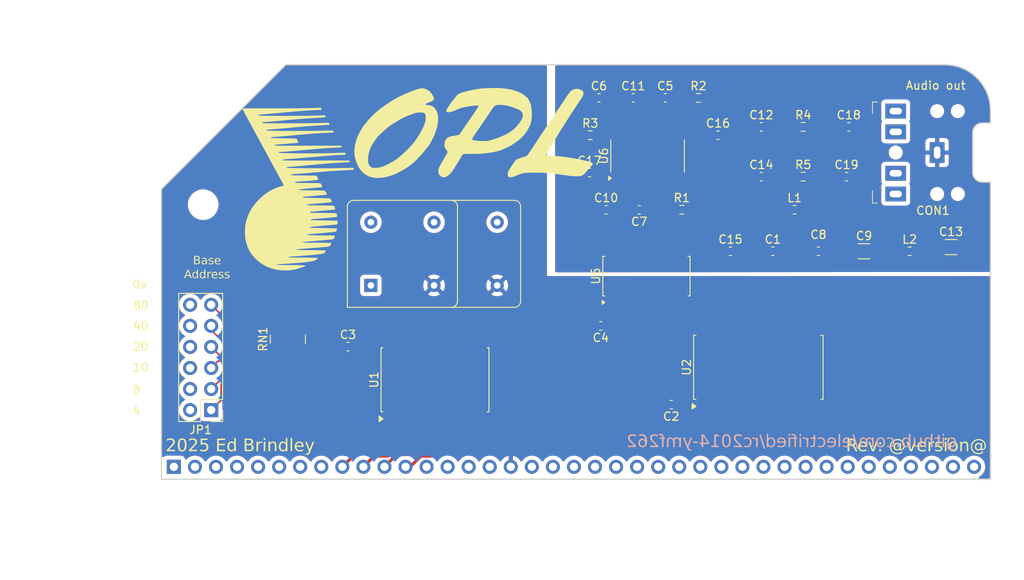
<source format=kicad_pcb>
(kicad_pcb (version 20241229) (generator "pcbnew") (generator_version "9.0")
  (title_block (title "RC2014 YM2151 sound card") (date "@date@") (rev "@version@") (comment 4 "AISLER Project ID: NAXDHHCF"))
  (layers (0 "F.Cu" signal "Front") (2 "B.Cu" signal "Back") (13 "F.Paste" user) (15 "B.Paste" user) (5 "F.SilkS" user "F.Silkscreen") (7 "B.SilkS" user "B.Silkscreen") (1 "F.Mask" user) (3 "B.Mask" user) (25 "Edge.Cuts" user))
  (net 0 "")
  (net 1 "VCC")
  (net 2 "GND")
  (net 3 "/CLK")
  (net 4 "/D0")
  (net 5 "/D1")
  (net 6 "/D2")
  (net 7 "/D3")
  (net 8 "/D4")
  (net 9 "/D5")
  (net 10 "/D6")
  (net 11 "/D7")
  (net 12 "/A1")
  (net 13 "/A4")
  (net 14 "/A3")
  (net 15 "/A2")
  (net 16 "/A5")
  (net 17 "/A6")
  (net 18 "/A7")
  (net 19 "/A0")
  (net 20 "/~{CS}")
  (net 21 "/~{RESET}")
  (net 22 "/~{WR}")
  (net 23 "/~{IORQ}")
  (net 24 "/~{RD}")
  (net 26 "/DAC_CLK")
  (net 27 "/~{INT}")
  (net 44 "/R")
  (net 45 "/L")
  (net 47 "/SMPBD")
  (net 48 "/DOAB")
  (net 49 "/SMPAC")
  (net 51 "Net-(U5-SWIN)")
  (net 53 "Net-(U5-AOUT)")
  (net 54 "Net-(U5-CV)")
  (net 55 "Net-(U6B--)")
  (net 56 "Net-(U5-MP)")
  (net 57 "Net-(U5-CH2)")
  (net 58 "Net-(U5-CH1)")
  (net 59 "+5V")
  (net 60 "+5VA")
  (net 61 "Net-(C8-Pad1)")
  (net 62 "Net-(C12-Pad2)")
  (net 63 "Net-(C14-Pad2)")
  (net 64 "Net-(U6C--)")
  (net 65 "Net-(U6D--)")
  (net 66 "Net-(C18-Pad1)")
  (net 67 "Net-(C19-Pad1)")
  (net 69 "Net-(JP1-Pin_1)")
  (net 70 "Net-(JP1-Pin_9)")
  (net 71 "Net-(JP1-Pin_7)")
  (net 72 "Net-(JP1-Pin_11)")
  (net 73 "Net-(JP1-Pin_3)")
  (net 74 "Net-(JP1-Pin_5)")
  (footprint "Capacitor_SMD:C_0603_1608Metric_Pad1.08x0.95mm_HandSolder" (layer "F.Cu") (at 122 155.5 180)
    (property "Reference" "C2" (at 0 -1.43 0) (layer "F.SilkS"))
    (property "Value" "0.1uF")
    (pad "1" smd roundrect (at -0.8625 0 180) (size 1.075 0.95) (layers "F.Cu" "F.Mask" "F.Paste") (net 1 "VCC"))
    (pad "2" smd roundrect (at 0.8625 0 180) (size 1.075 0.95) (layers "F.Cu" "F.Mask" "F.Paste") (net 2 "GND"))
  )
  (footprint "Capacitor_SMD:C_0603_1608Metric_Pad1.08x0.95mm_HandSolder" (layer "F.Cu") (at 113.5 146 180)
    (property "Reference" "C4" (at 0 -1.43 0) (layer "F.SilkS"))
    (property "Value" "0.1uF")
    (pad "1" smd roundrect (at -0.8625 0 180) (size 1.075 0.95) (layers "F.Cu" "F.Mask" "F.Paste") (net 60 "+5VA"))
    (pad "2" smd roundrect (at 0.8625 0 180) (size 1.075 0.95) (layers "F.Cu" "F.Mask" "F.Paste") (net 2 "GND"))
  )
  (footprint "electrified:Headphone_Jack_3.5mm_5_pin" (layer "F.Cu") (at 149.069 125.095 180)
    (property "Reference" "CON1" (at -4.5 -7 0) (layer "F.SilkS"))
    (property "Value" "SJ1-3523N")
    (pad "" np_thru_hole circle (at -7.5 -5 180) (size 1.2 1.2) (drill 1.2) (layers "*.Cu" "*.Mask"))
    (pad "" np_thru_hole circle (at -7.5 5 180) (size 1.2 1.2) (drill 1.2) (layers "*.Cu" "*.Mask"))
    (pad "" np_thru_hole circle (at -5 -5 180) (size 1.2 1.2) (drill 1.2) (layers "*.Cu" "*.Mask"))
    (pad "" np_thru_hole circle (at -5 5 180) (size 1.2 1.2) (drill 1.2) (layers "*.Cu" "*.Mask"))
    (pad "" np_thru_hole circle (at 0 0 180) (size 1.2 1.2) (drill 1.2) (layers "*.Cu" "*.Mask"))
    (pad "R" thru_hole rect (at 0 -5 180) (size 2.5 1.8) (drill oval 1.5 0.8) (layers "*.Cu" "*.Mask") (net 67 "Net-(C19-Pad1)"))
    (pad "RN" thru_hole rect (at 0 -2.5 180) (size 2.5 1.8) (drill oval 1.5 0.8) (layers "*.Cu" "*.Mask") (net 67 "Net-(C19-Pad1)"))
    (pad "S" thru_hole rect (at -5 0 180) (size 1.8 2.5) (drill oval 0.8 1.5) (layers "*.Cu" "*.Mask") (net 2 "GND"))
    (pad "T" thru_hole rect (at 0 5 180) (size 2.5 1.8) (drill oval 1.5 0.8) (layers "*.Cu" "*.Mask") (net 66 "Net-(C18-Pad1)"))
    (pad "TN" thru_hole rect (at 0 2.5 180) (size 2.5 1.8) (drill oval 1.5 0.8) (layers "*.Cu" "*.Mask") (net 66 "Net-(C18-Pad1)"))
  )
  (footprint "Connector_PinHeader_2.54mm:PinHeader_2x06_P2.54mm_Vertical" (layer "F.Cu") (at 66.5 156.16 180)
    (property "Reference" "JP1" (at 1.27 -2.38 180) (layer "F.SilkS"))
    (property "Value" "BASE ADDRESS")
    (pad "1" thru_hole rect (at 0 0 180) (size 1.7 1.7) (drill 1) (layers "*.Cu" "*.Mask") (net 69 "Net-(JP1-Pin_1)"))
    (pad "2" thru_hole circle (at 2.54 0 180) (size 1.7 1.7) (drill 1) (layers "*.Cu" "*.Mask") (net 1 "VCC"))
    (pad "3" thru_hole circle (at 0 2.54 180) (size 1.7 1.7) (drill 1) (layers "*.Cu" "*.Mask") (net 73 "Net-(JP1-Pin_3)"))
    (pad "4" thru_hole circle (at 2.54 2.54 180) (size 1.7 1.7) (drill 1) (layers "*.Cu" "*.Mask") (net 1 "VCC"))
    (pad "5" thru_hole circle (at 0 5.08 180) (size 1.7 1.7) (drill 1) (layers "*.Cu" "*.Mask") (net 74 "Net-(JP1-Pin_5)"))
    (pad "6" thru_hole circle (at 2.54 5.08 180) (size 1.7 1.7) (drill 1) (layers "*.Cu" "*.Mask") (net 1 "VCC"))
    (pad "7" thru_hole circle (at 0 7.62 180) (size 1.7 1.7) (drill 1) (layers "*.Cu" "*.Mask") (net 71 "Net-(JP1-Pin_7)"))
    (pad "8" thru_hole circle (at 2.54 7.62 180) (size 1.7 1.7) (drill 1) (layers "*.Cu" "*.Mask") (net 1 "VCC"))
    (pad "9" thru_hole circle (at 0 10.16 180) (size 1.7 1.7) (drill 1) (layers "*.Cu" "*.Mask") (net 70 "Net-(JP1-Pin_9)"))
    (pad "10" thru_hole circle (at 2.54 10.16 180) (size 1.7 1.7) (drill 1) (layers "*.Cu" "*.Mask") (net 1 "VCC"))
    (pad "11" thru_hole circle (at 0 12.7 180) (size 1.7 1.7) (drill 1) (layers "*.Cu" "*.Mask") (net 72 "Net-(JP1-Pin_11)"))
    (pad "12" thru_hole circle (at 2.54 12.7 180) (size 1.7 1.7) (drill 1) (layers "*.Cu" "*.Mask") (net 1 "VCC"))
  )
  (footprint "electrified:Oscillator_DIP-8-14" (layer "F.Cu") (at 93.38 137.48)
    (property "Reference" "X1" (hide yes))
    (property "Value" "14.318MHz" (hide yes))
    (pad "1" thru_hole rect (at -7.62 3.64) (size 1.6 1.6) (drill 0.8) (layers "*.Cu" "*.Mask"))
    (pad "4" thru_hole circle (at 0 3.64) (size 1.6 1.6) (drill 0.8) (layers "*.Cu" "*.Mask") (net 2 "GND"))
    (pad "7" thru_hole circle (at 7.62 3.64) (size 1.6 1.6) (drill 0.8) (layers "*.Cu" "*.Mask") (net 2 "GND"))
    (pad "8" thru_hole circle (at 7.62 -3.98) (size 1.6 1.6) (drill 0.8) (layers "*.Cu" "*.Mask") (net 3 "/CLK"))
    (pad "11" thru_hole circle (at 0 -3.98) (size 1.6 1.6) (drill 0.8) (layers "*.Cu" "*.Mask") (net 3 "/CLK"))
    (pad "14" thru_hole circle (at -7.62 -3.98) (size 1.6 1.6) (drill 0.8) (layers "*.Cu" "*.Mask") (net 1 "VCC"))
  )
  (footprint "MountingHole:MountingHole_3.2mm_M3" (layer "F.Cu") (at 65.532 131.382)
    (property "Reference" "H1" (hide yes))
    (property "Value" "MountingHole")
    (pad "" np_thru_hole circle (at 0 0) (size 3.2 3.2) (drill 3.2) (layers "*.Cu" "*.Mask"))
  )
  (footprint "electrified:PinHeader_1x39_P2.54mm_Vertical" (layer "F.Cu") (at 62 163 90)
    (property "Reference" "P1" (hide yes))
    (property "Value" "RC2014 BUS")
    (pad "1" thru_hole rect (at 0 0 90) (size 1.7 1.7) (drill 1) (layers "*.Cu" "*.Mask"))
    (pad "2" thru_hole oval (at 0 2.54 90) (size 1.7 1.7) (drill 1) (layers "*.Cu" "*.Mask"))
    (pad "3" thru_hole oval (at 0 5.08 90) (size 1.7 1.7) (drill 1) (layers "*.Cu" "*.Mask"))
    (pad "4" thru_hole oval (at 0 7.62 90) (size 1.7 1.7) (drill 1) (layers "*.Cu" "*.Mask"))
    (pad "5" thru_hole oval (at 0 10.16 90) (size 1.7 1.7) (drill 1) (layers "*.Cu" "*.Mask"))
    (pad "6" thru_hole oval (at 0 12.7 90) (size 1.7 1.7) (drill 1) (layers "*.Cu" "*.Mask"))
    (pad "7" thru_hole oval (at 0 15.24 90) (size 1.7 1.7) (drill 1) (layers "*.Cu" "*.Mask"))
    (pad "8" thru_hole oval (at 0 17.78 90) (size 1.7 1.7) (drill 1) (layers "*.Cu" "*.Mask"))
    (pad "9" thru_hole oval (at 0 20.32 90) (size 1.7 1.7) (drill 1) (layers "*.Cu" "*.Mask") (net 18 "/A7"))
    (pad "10" thru_hole oval (at 0 22.86 90) (size 1.7 1.7) (drill 1) (layers "*.Cu" "*.Mask") (net 17 "/A6"))
    (pad "11" thru_hole oval (at 0 25.4 90) (size 1.7 1.7) (drill 1) (layers "*.Cu" "*.Mask") (net 16 "/A5"))
    (pad "12" thru_hole oval (at 0 27.94 90) (size 1.7 1.7) (drill 1) (layers "*.Cu" "*.Mask") (net 13 "/A4"))
    (pad "13" thru_hole oval (at 0 30.48 90) (size 1.7 1.7) (drill 1) (layers "*.Cu" "*.Mask") (net 14 "/A3"))
    (pad "14" thru_hole oval (at 0 33.02 90) (size 1.7 1.7) (drill 1) (layers "*.Cu" "*.Mask") (net 15 "/A2"))
    (pad "15" thru_hole oval (at 0 35.56 90) (size 1.7 1.7) (drill 1) (layers "*.Cu" "*.Mask") (net 12 "/A1"))
    (pad "16" thru_hole oval (at 0 38.1 90) (size 1.7 1.7) (drill 1) (layers "*.Cu" "*.Mask") (net 19 "/A0"))
    (pad "17" thru_hole oval (at 0 40.64 90) (size 1.7 1.7) (drill 1) (layers "*.Cu" "*.Mask") (net 2 "GND"))
    (pad "18" thru_hole oval (at 0 43.18 90) (size 1.7 1.7) (drill 1) (layers "*.Cu" "*.Mask") (net 1 "VCC"))
    (pad "19" thru_hole oval (at 0 45.72 90) (size 1.7 1.7) (drill 1) (layers "*.Cu" "*.Mask"))
    (pad "20" thru_hole oval (at 0 48.26 90) (size 1.7 1.7) (drill 1) (layers "*.Cu" "*.Mask") (net 21 "/~{RESET}"))
    (pad "21" thru_hole oval (at 0 50.8 90) (size 1.7 1.7) (drill 1) (layers "*.Cu" "*.Mask"))
    (pad "22" thru_hole oval (at 0 53.34 90) (size 1.7 1.7) (drill 1) (layers "*.Cu" "*.Mask") (net 27 "/~{INT}"))
    (pad "23" thru_hole oval (at 0 55.88 90) (size 1.7 1.7) (drill 1) (layers "*.Cu" "*.Mask"))
    (pad "24" thru_hole oval (at 0 58.42 90) (size 1.7 1.7) (drill 1) (layers "*.Cu" "*.Mask") (net 22 "/~{WR}"))
    (pad "25" thru_hole oval (at 0 60.96 90) (size 1.7 1.7) (drill 1) (layers "*.Cu" "*.Mask") (net 24 "/~{RD}"))
    (pad "26" thru_hole oval (at 0 63.5 90) (size 1.7 1.7) (drill 1) (layers "*.Cu" "*.Mask") (net 23 "/~{IORQ}"))
    (pad "27" thru_hole oval (at 0 66.04 90) (size 1.7 1.7) (drill 1) (layers "*.Cu" "*.Mask") (net 4 "/D0"))
    (pad "28" thru_hole oval (at 0 68.58 90) (size 1.7 1.7) (drill 1) (layers "*.Cu" "*.Mask") (net 5 "/D1"))
    (pad "29" thru_hole oval (at 0 71.12 90) (size 1.7 1.7) (drill 1) (layers "*.Cu" "*.Mask") (net 6 "/D2"))
    (pad "30" thru_hole oval (at 0 73.66 90) (size 1.7 1.7) (drill 1) (layers "*.Cu" "*.Mask") (net 7 "/D3"))
    (pad "31" thru_hole oval (at 0 76.2 90) (size 1.7 1.7) (drill 1) (layers "*.Cu" "*.Mask") (net 8 "/D4"))
    (pad "32" thru_hole oval (at 0 78.74 90) (size 1.7 1.7) (drill 1) (layers "*.Cu" "*.Mask") (net 9 "/D5"))
    (pad "33" thru_hole oval (at 0 81.28 90) (size 1.7 1.7) (drill 1) (layers "*.Cu" "*.Mask") (net 10 "/D6"))
    (pad "34" thru_hole oval (at 0 83.82 90) (size 1.7 1.7) (drill 1) (layers "*.Cu" "*.Mask") (net 11 "/D7"))
    (pad "35" thru_hole oval (at 0 86.36 90) (size 1.7 1.7) (drill 1) (layers "*.Cu" "*.Mask"))
    (pad "36" thru_hole oval (at 0 88.9 90) (size 1.7 1.7) (drill 1) (layers "*.Cu" "*.Mask"))
    (pad "37" thru_hole oval (at 0 91.44 90) (size 1.7 1.7) (drill 1) (layers "*.Cu" "*.Mask"))
    (pad "38" thru_hole oval (at 0 93.98 90) (size 1.7 1.7) (drill 1) (layers "*.Cu" "*.Mask"))
    (pad "39" thru_hole oval (at 0 96.52 90) (size 1.7 1.7) (drill 1) (layers "*.Cu" "*.Mask"))
  )
  (footprint "Package_SO:SOIC-20W_7.5x12.8mm_P1.27mm" (layer "F.Cu") (at 93.5 152.5 90)
    (property "Reference" "U1" (at 0 -7.35 90) (layer "F.SilkS"))
    (property "Value" "74HCT688")
    (pad "1" smd roundrect (at -4.65 -5.715 90) (size 2.05 0.6) (layers "F.Cu" "F.Mask" "F.Paste") (net 23 "/~{IORQ}"))
    (pad "2" smd roundrect (at -4.65 -4.445 90) (size 2.05 0.6) (layers "F.Cu" "F.Mask" "F.Paste") (net 18 "/A7"))
    (pad "3" smd roundrect (at -4.65 -3.175 90) (size 2.05 0.6) (layers "F.Cu" "F.Mask" "F.Paste") (net 72 "Net-(JP1-Pin_11)"))
    (pad "4" smd roundrect (at -4.65 -1.905 90) (size 2.05 0.6) (layers "F.Cu" "F.Mask" "F.Paste") (net 17 "/A6"))
    (pad "5" smd roundrect (at -4.65 -0.635 90) (size 2.05 0.6) (layers "F.Cu" "F.Mask" "F.Paste") (net 70 "Net-(JP1-Pin_9)"))
    (pad "6" smd roundrect (at -4.65 0.635 90) (size 2.05 0.6) (layers "F.Cu" "F.Mask" "F.Paste") (net 16 "/A5"))
    (pad "7" smd roundrect (at -4.65 1.905 90) (size 2.05 0.6) (layers "F.Cu" "F.Mask" "F.Paste") (net 71 "Net-(JP1-Pin_7)"))
    (pad "8" smd roundrect (at -4.65 3.175 90) (size 2.05 0.6) (layers "F.Cu" "F.Mask" "F.Paste") (net 13 "/A4"))
    (pad "9" smd roundrect (at -4.65 4.445 90) (size 2.05 0.6) (layers "F.Cu" "F.Mask" "F.Paste") (net 74 "Net-(JP1-Pin_5)"))
    (pad "10" smd roundrect (at -4.65 5.715 90) (size 2.05 0.6) (layers "F.Cu" "F.Mask" "F.Paste") (net 2 "GND"))
    (pad "11" smd roundrect (at 4.65 5.715 90) (size 2.05 0.6) (layers "F.Cu" "F.Mask" "F.Paste") (net 14 "/A3"))
    (pad "12" smd roundrect (at 4.65 4.445 90) (size 2.05 0.6) (layers "F.Cu" "F.Mask" "F.Paste") (net 73 "Net-(JP1-Pin_3)"))
    (pad "13" smd roundrect (at 4.65 3.175 90) (size 2.05 0.6) (layers "F.Cu" "F.Mask" "F.Paste") (net 15 "/A2"))
    (pad "14" smd roundrect (at 4.65 1.905 90) (size 2.05 0.6) (layers "F.Cu" "F.Mask" "F.Paste") (net 69 "Net-(JP1-Pin_1)"))
    (pad "15" smd roundrect (at 4.65 0.635 90) (size 2.05 0.6) (layers "F.Cu" "F.Mask" "F.Paste") (net 2 "GND"))
    (pad "16" smd roundrect (at 4.65 -0.635 90) (size 2.05 0.6) (layers "F.Cu" "F.Mask" "F.Paste") (net 2 "GND"))
    (pad "17" smd roundrect (at 4.65 -1.905 90) (size 2.05 0.6) (layers "F.Cu" "F.Mask" "F.Paste") (net 2 "GND"))
    (pad "18" smd roundrect (at 4.65 -3.175 90) (size 2.05 0.6) (layers "F.Cu" "F.Mask" "F.Paste") (net 2 "GND"))
    (pad "19" smd roundrect (at 4.65 -4.445 90) (size 2.05 0.6) (layers "F.Cu" "F.Mask" "F.Paste") (net 20 "/~{CS}"))
    (pad "20" smd roundrect (at 4.65 -5.715 90) (size 2.05 0.6) (layers "F.Cu" "F.Mask" "F.Paste") (net 1 "VCC"))
  )
  (footprint "Resistor_SMD:R_Array_Convex_8x0602" (layer "F.Cu") (at 75.75 147.6 90)
    (property "Reference" "RN1" (at 0 -3 90) (layer "F.SilkS"))
    (property "Value" "10K")
    (pad "1" smd rect (at -0.9 -1.75 90) (size 0.8 0.3) (layers "F.Cu" "F.Mask" "F.Paste") (net 2 "GND"))
    (pad "2" smd rect (at -0.9 -1.25 90) (size 0.8 0.3) (layers "F.Cu" "F.Mask" "F.Paste") (net 72 "Net-(JP1-Pin_11)"))
    (pad "3" smd rect (at -0.9 -0.75 90) (size 0.8 0.3) (layers "F.Cu" "F.Mask" "F.Paste") (net 70 "Net-(JP1-Pin_9)"))
    (pad "4" smd rect (at -0.9 -0.25 90) (size 0.8 0.3) (layers "F.Cu" "F.Mask" "F.Paste") (net 71 "Net-(JP1-Pin_7)"))
    (pad "5" smd rect (at -0.9 0.25 90) (size 0.8 0.3) (layers "F.Cu" "F.Mask" "F.Paste") (net 74 "Net-(JP1-Pin_5)"))
    (pad "6" smd rect (at -0.9 0.75 90) (size 0.8 0.3) (layers "F.Cu" "F.Mask" "F.Paste") (net 73 "Net-(JP1-Pin_3)"))
    (pad "7" smd rect (at -0.9 1.25 90) (size 0.8 0.3) (layers "F.Cu" "F.Mask" "F.Paste") (net 69 "Net-(JP1-Pin_1)"))
    (pad "8" smd rect (at -0.9 1.75 90) (size 0.8 0.3) (layers "F.Cu" "F.Mask" "F.Paste"))
    (pad "9" smd rect (at 0.9 1.75 90) (size 0.8 0.3) (layers "F.Cu" "F.Mask" "F.Paste"))
    (pad "10" smd rect (at 0.9 1.25 90) (size 0.8 0.3) (layers "F.Cu" "F.Mask" "F.Paste"))
    (pad "11" smd rect (at 0.9 0.75 90) (size 0.8 0.3) (layers "F.Cu" "F.Mask" "F.Paste"))
    (pad "12" smd rect (at 0.9 0.25 90) (size 0.8 0.3) (layers "F.Cu" "F.Mask" "F.Paste"))
    (pad "13" smd rect (at 0.9 -0.25 90) (size 0.8 0.3) (layers "F.Cu" "F.Mask" "F.Paste"))
    (pad "14" smd rect (at 0.9 -0.75 90) (size 0.8 0.3) (layers "F.Cu" "F.Mask" "F.Paste"))
    (pad "15" smd rect (at 0.9 -1.25 90) (size 0.8 0.3) (layers "F.Cu" "F.Mask" "F.Paste"))
    (pad "16" smd rect (at 0.9 -1.75 90) (size 0.8 0.3) (layers "F.Cu" "F.Mask" "F.Paste"))
  )
  (footprint "Capacitor_SMD:C_0603_1608Metric_Pad1.08x0.95mm_HandSolder" (layer "F.Cu") (at 121.275 118.5)
    (property "Reference" "C5" (at 0 -1.43 0) (layer "F.SilkS"))
    (property "Value" "68pf")
    (pad "1" smd roundrect (at -0.8625 0) (size 1.075 0.95) (layers "F.Cu" "F.Mask" "F.Paste") (net 53 "Net-(U5-AOUT)"))
    (pad "2" smd roundrect (at 0.8625 0) (size 1.075 0.95) (layers "F.Cu" "F.Mask" "F.Paste") (net 2 "GND"))
  )
  (footprint "Capacitor_SMD:C_0603_1608Metric_Pad1.08x0.95mm_HandSolder" (layer "F.Cu") (at 113.275 118.5)
    (property "Reference" "C6" (at 0 -1.43 0) (layer "F.SilkS"))
    (property "Value" "10uF")
    (pad "1" smd roundrect (at -0.8625 0) (size 1.075 0.95) (layers "F.Cu" "F.Mask" "F.Paste") (net 54 "Net-(U5-CV)"))
    (pad "2" smd roundrect (at 0.8625 0) (size 1.075 0.95) (layers "F.Cu" "F.Mask" "F.Paste") (net 2 "GND"))
  )
  (footprint "Capacitor_SMD:C_0603_1608Metric_Pad1.08x0.95mm_HandSolder" (layer "F.Cu") (at 118.1375 132 180)
    (property "Reference" "C7" (at 0 -1.43 180) (layer "F.SilkS"))
    (property "Value" "0.1uF")
    (pad "1" smd roundrect (at -0.8625 0 180) (size 1.075 0.95) (layers "F.Cu" "F.Mask" "F.Paste") (net 60 "+5VA"))
    (pad "2" smd roundrect (at 0.8625 0 180) (size 1.075 0.95) (layers "F.Cu" "F.Mask" "F.Paste") (net 2 "GND"))
  )
  (footprint "Package_SO:SOP-24_7.5x15.4mm_P1.27mm" (layer "F.Cu") (at 132.5 151 90)
    (property "Reference" "U2" (at 0 -8.65 90) (layer "F.SilkS"))
    (property "Value" "YMF262")
    (pad "1" smd roundrect (at -4.65 -6.985 90) (size 2 0.55) (layers "F.Cu" "F.Mask" "F.Paste") (net 1 "VCC"))
    (pad "2" smd roundrect (at -4.65 -5.715 90) (size 2 0.55) (layers "F.Cu" "F.Mask" "F.Paste"))
    (pad "3" smd roundrect (at -4.65 -4.445 90) (size 2 0.55) (layers "F.Cu" "F.Mask" "F.Paste") (net 21 "/~{RESET}"))
    (pad "4" smd roundrect (at -4.65 -3.175 90) (size 2 0.55) (layers "F.Cu" "F.Mask" "F.Paste") (net 19 "/A0"))
    (pad "5" smd roundrect (at -4.65 -1.905 90) (size 2 0.55) (layers "F.Cu" "F.Mask" "F.Paste") (net 12 "/A1"))
    (pad "6" smd roundrect (at -4.65 -0.635 90) (size 2 0.55) (layers "F.Cu" "F.Mask" "F.Paste") (net 22 "/~{WR}"))
    (pad "7" smd roundrect (at -4.65 0.635 90) (size 2 0.55) (layers "F.Cu" "F.Mask" "F.Paste") (net 24 "/~{RD}"))
    (pad "8" smd roundrect (at -4.65 1.905 90) (size 2 0.55) (layers "F.Cu" "F.Mask" "F.Paste") (net 20 "/~{CS}"))
    (pad "9" smd roundrect (at -4.65 3.175 90) (size 2 0.55) (layers "F.Cu" "F.Mask" "F.Paste"))
    (pad "10" smd roundrect (at -4.65 4.445 90) (size 2 0.55) (layers "F.Cu" "F.Mask" "F.Paste") (net 4 "/D0"))
    (pad "11" smd roundrect (at -4.65 5.715 90) (size 2 0.55) (layers "F.Cu" "F.Mask" "F.Paste") (net 5 "/D1"))
    (pad "12" smd roundrect (at -4.65 6.985 90) (size 2 0.55) (layers "F.Cu" "F.Mask" "F.Paste") (net 2 "GND"))
    (pad "13" smd roundrect (at 4.65 6.985 90) (size 2 0.55) (layers "F.Cu" "F.Mask" "F.Paste") (net 6 "/D2"))
    (pad "14" smd roundrect (at 4.65 5.715 90) (size 2 0.55) (layers "F.Cu" "F.Mask" "F.Paste") (net 7 "/D3"))
    (pad "15" smd roundrect (at 4.65 4.445 90) (size 2 0.55) (layers "F.Cu" "F.Mask" "F.Paste") (net 8 "/D4"))
    (pad "16" smd roundrect (at 4.65 3.175 90) (size 2 0.55) (layers "F.Cu" "F.Mask" "F.Paste") (net 9 "/D5"))
    (pad "17" smd roundrect (at 4.65 1.905 90) (size 2 0.55) (layers "F.Cu" "F.Mask" "F.Paste") (net 10 "/D6"))
    (pad "18" smd roundrect (at 4.65 0.635 90) (size 2 0.55) (layers "F.Cu" "F.Mask" "F.Paste") (net 11 "/D7"))
    (pad "19" smd roundrect (at 4.65 -0.635 90) (size 2 0.55) (layers "F.Cu" "F.Mask" "F.Paste") (net 47 "/SMPBD"))
    (pad "20" smd roundrect (at 4.65 -1.905 90) (size 2 0.55) (layers "F.Cu" "F.Mask" "F.Paste") (net 49 "/SMPAC"))
    (pad "21" smd roundrect (at 4.65 -3.175 90) (size 2 0.55) (layers "F.Cu" "F.Mask" "F.Paste") (net 48 "/DOAB"))
    (pad "22" smd roundrect (at 4.65 -4.445 90) (size 2 0.55) (layers "F.Cu" "F.Mask" "F.Paste"))
    (pad "23" smd roundrect (at 4.65 -5.715 90) (size 2 0.55) (layers "F.Cu" "F.Mask" "F.Paste") (net 26 "/DAC_CLK"))
    (pad "24" smd roundrect (at 4.65 -6.985 90) (size 2 0.55) (layers "F.Cu" "F.Mask" "F.Paste") (net 3 "/CLK"))
  )
  (footprint "Capacitor_SMD:C_0603_1608Metric_Pad1.08x0.95mm_HandSolder" (layer "F.Cu") (at 83 148.5)
    (property "Reference" "C3" (at 0 -1.43 0) (layer "F.SilkS"))
    (property "Value" "0.1uF")
    (pad "1" smd roundrect (at -0.8625 0) (size 1.075 0.95) (layers "F.Cu" "F.Mask" "F.Paste") (net 1 "VCC"))
    (pad "2" smd roundrect (at 0.8625 0) (size 1.075 0.95) (layers "F.Cu" "F.Mask" "F.Paste") (net 2 "GND"))
  )
  (footprint "Inductor_SMD:L_0603_1608Metric_Pad1.05x0.95mm_HandSolder" (layer "F.Cu") (at 150.75 137)
    (property "Reference" "L2" (at 0 -1.43 0) (layer "F.SilkS"))
    (property "Value" "33uH")
    (pad "1" smd roundrect (at -0.875 0) (size 1.05 0.95) (layers "F.Cu" "F.Mask" "F.Paste") (net 60 "+5VA"))
    (pad "2" smd roundrect (at 0.875 0) (size 1.05 0.95) (layers "F.Cu" "F.Mask" "F.Paste") (net 61 "Net-(C8-Pad1)"))
  )
  (footprint "Package_SO:SOP-16_4.55x10.3mm_P1.27mm" (layer "F.Cu") (at 119 140 90)
    (property "Reference" "U5" (at 0 -6.1 90) (layer "F.SilkS"))
    (property "Value" "YAC512")
    (pad "1" smd roundrect (at -3.25 -4.445 90) (size 1.6 0.6) (layers "F.Cu" "F.Mask" "F.Paste") (net 60 "+5VA"))
    (pad "2" smd roundrect (at -3.25 -3.175 90) (size 1.6 0.6) (layers "F.Cu" "F.Mask" "F.Paste") (net 2 "GND"))
    (pad "3" smd roundrect (at -3.25 -1.905 90) (size 1.6 0.6) (layers "F.Cu" "F.Mask" "F.Paste") (net 60 "+5VA"))
    (pad "4" smd roundrect (at -3.25 -0.635 90) (size 1.6 0.6) (layers "F.Cu" "F.Mask" "F.Paste") (net 48 "/DOAB"))
    (pad "5" smd roundrect (at -3.25 0.635 90) (size 1.6 0.6) (layers "F.Cu" "F.Mask" "F.Paste") (net 26 "/DAC_CLK"))
    (pad "6" smd roundrect (at -3.25 1.905 90) (size 1.6 0.6) (layers "F.Cu" "F.Mask" "F.Paste") (net 60 "+5VA"))
    (pad "7" smd roundrect (at -3.25 3.175 90) (size 1.6 0.6) (layers "F.Cu" "F.Mask" "F.Paste") (net 47 "/SMPBD"))
    (pad "8" smd roundrect (at -3.25 4.445 90) (size 1.6 0.6) (layers "F.Cu" "F.Mask" "F.Paste") (net 49 "/SMPAC"))
    (pad "9" smd roundrect (at 3.25 4.445 90) (size 1.6 0.6) (layers "F.Cu" "F.Mask" "F.Paste") (net 60 "+5VA"))
    (pad "10" smd roundrect (at 3.25 3.175 90) (size 1.6 0.6) (layers "F.Cu" "F.Mask" "F.Paste") (net 58 "Net-(U5-CH1)"))
    (pad "11" smd roundrect (at 3.25 1.905 90) (size 1.6 0.6) (layers "F.Cu" "F.Mask" "F.Paste") (net 57 "Net-(U5-CH2)"))
    (pad "12" smd roundrect (at 3.25 0.635 90) (size 1.6 0.6) (layers "F.Cu" "F.Mask" "F.Paste") (net 51 "Net-(U5-SWIN)"))
    (pad "13" smd roundrect (at 3.25 -0.635 90) (size 1.6 0.6) (layers "F.Cu" "F.Mask" "F.Paste") (net 53 "Net-(U5-AOUT)"))
    (pad "14" smd roundrect (at 3.25 -1.905 90) (size 1.6 0.6) (layers "F.Cu" "F.Mask" "F.Paste") (net 56 "Net-(U5-MP)"))
    (pad "15" smd roundrect (at 3.25 -3.175 90) (size 1.6 0.6) (layers "F.Cu" "F.Mask" "F.Paste"))
    (pad "16" smd roundrect (at 3.25 -4.445 90) (size 1.6 0.6) (layers "F.Cu" "F.Mask" "F.Paste") (net 54 "Net-(U5-CV)"))
  )
  (footprint "Capacitor_SMD:C_0603_1608Metric_Pad1.08x0.95mm_HandSolder" (layer "F.Cu") (at 134.25 137)
    (property "Reference" "C1" (at 0 -1.43 0) (layer "F.SilkS"))
    (property "Value" "10nF")
    (pad "1" smd roundrect (at -0.8625 0) (size 1.075 0.95) (layers "F.Cu" "F.Mask" "F.Paste") (net 59 "+5V"))
    (pad "2" smd roundrect (at 0.8625 0) (size 1.075 0.95) (layers "F.Cu" "F.Mask" "F.Paste") (net 2 "GND"))
  )
  (footprint "Capacitor_SMD:C_0603_1608Metric_Pad1.08x0.95mm_HandSolder" (layer "F.Cu") (at 127.6375 123)
    (property "Reference" "C16" (at 0 -1.43 0) (layer "F.SilkS"))
    (property "Value" "470pF")
    (pad "1" smd roundrect (at -0.8625 0) (size 1.075 0.95) (layers "F.Cu" "F.Mask" "F.Paste") (net 45 "/L"))
    (pad "2" smd roundrect (at 0.8625 0) (size 1.075 0.95) (layers "F.Cu" "F.Mask" "F.Paste") (net 64 "Net-(U6C--)"))
  )
  (footprint "Resistor_SMD:R_0603_1608Metric_Pad0.98x0.95mm_HandSolder" (layer "F.Cu") (at 137.9125 122)
    (property "Reference" "R4" (at 0 -1.43 0) (layer "F.SilkS"))
    (property "Value" "1K")
    (pad "1" smd roundrect (at -0.9125 0) (size 0.975 0.95) (layers "F.Cu" "F.Mask" "F.Paste") (net 62 "Net-(C12-Pad2)"))
    (pad "2" smd roundrect (at 0.9125 0) (size 0.975 0.95) (layers "F.Cu" "F.Mask" "F.Paste") (net 66 "Net-(C18-Pad1)"))
  )
  (footprint "Capacitor_SMD:C_0603_1608Metric_Pad1.08x0.95mm_HandSolder" (layer "F.Cu") (at 114.1375 132)
    (property "Reference" "C10" (at 0 -1.43 0) (layer "F.SilkS"))
    (property "Value" "2.7nf")
    (pad "1" smd roundrect (at -0.8625 0) (size 1.075 0.95) (layers "F.Cu" "F.Mask" "F.Paste") (net 57 "Net-(U5-CH2)"))
    (pad "2" smd roundrect (at 0.8625 0) (size 1.075 0.95) (layers "F.Cu" "F.Mask" "F.Paste") (net 2 "GND"))
  )
  (footprint "Resistor_SMD:R_0603_1608Metric_Pad0.98x0.95mm_HandSolder" (layer "F.Cu") (at 112.225 123)
    (property "Reference" "R3" (at 0 -1.43 0) (layer "F.SilkS"))
    (property "Value" "15k")
    (pad "1" smd roundrect (at -0.9125 0) (size 0.975 0.95) (layers "F.Cu" "F.Mask" "F.Paste") (net 65 "Net-(U6D--)"))
    (pad "2" smd roundrect (at 0.9125 0) (size 0.975 0.95) (layers "F.Cu" "F.Mask" "F.Paste") (net 44 "/R"))
  )
  (footprint "Capacitor_SMD:C_0603_1608Metric_Pad1.08x0.95mm_HandSolder" (layer "F.Cu") (at 143.4125 122)
    (property "Reference" "C18" (at 0 -1.43 0) (layer "F.SilkS"))
    (property "Value" "3.9nF")
    (pad "1" smd roundrect (at -0.8625 0) (size 1.075 0.95) (layers "F.Cu" "F.Mask" "F.Paste") (net 66 "Net-(C18-Pad1)"))
    (pad "2" smd roundrect (at 0.8625 0) (size 1.075 0.95) (layers "F.Cu" "F.Mask" "F.Paste") (net 2 "GND"))
  )
  (footprint "local:adlib" (layer "F.Cu") (at 76.250056 129.165013)
    (property "Reference" "G1" (hide yes))
    (property "Value" "LOGO" (hide yes))
  )
  (footprint "Resistor_SMD:R_0603_1608Metric_Pad0.98x0.95mm_HandSolder" (layer "F.Cu") (at 123.275 132)
    (property "Reference" "R1" (at 0 -1.43 0) (layer "F.SilkS"))
    (property "Value" "33")
    (pad "1" smd roundrect (at -0.9125 0) (size 0.975 0.95) (layers "F.Cu" "F.Mask" "F.Paste") (net 51 "Net-(U5-SWIN)"))
    (pad "2" smd roundrect (at 0.9125 0) (size 0.975 0.95) (layers "F.Cu" "F.Mask" "F.Paste") (net 55 "Net-(U6B--)"))
  )
  (footprint "Resistor_SMD:R_0603_1608Metric_Pad0.98x0.95mm_HandSolder" (layer "F.Cu") (at 125.275 118.5)
    (property "Reference" "R2" (at 0 -1.43 0) (layer "F.SilkS"))
    (property "Value" "15k")
    (pad "1" smd roundrect (at -0.9125 0) (size 0.975 0.95) (layers "F.Cu" "F.Mask" "F.Paste") (net 64 "Net-(U6C--)"))
    (pad "2" smd roundrect (at 0.9125 0) (size 0.975 0.95) (layers "F.Cu" "F.Mask" "F.Paste") (net 45 "/L"))
  )
  (footprint "Capacitor_SMD:C_0603_1608Metric_Pad1.08x0.95mm_HandSolder" (layer "F.Cu") (at 117.4125 118.5)
    (property "Reference" "C11" (at 0 -1.43 0) (layer "F.SilkS"))
    (property "Value" "2.7nf")
    (pad "1" smd roundrect (at -0.8625 0) (size 1.075 0.95) (layers "F.Cu" "F.Mask" "F.Paste") (net 58 "Net-(U5-CH1)"))
    (pad "2" smd roundrect (at 0.8625 0) (size 1.075 0.95) (layers "F.Cu" "F.Mask" "F.Paste") (net 2 "GND"))
  )
  (footprint "Package_SO:SOIC-14_3.9x8.7mm_P1.27mm" (layer "F.Cu") (at 119.1375 125.5 90)
    (property "Reference" "U6" (at 0 -5.28 90) (layer "F.SilkS"))
    (property "Value" "TL074")
    (pad "1" smd roundrect (at -2.475 -3.81 90) (size 1.95 0.6) (layers "F.Cu" "F.Mask" "F.Paste") (net 56 "Net-(U5-MP)"))
    (pad "2" smd roundrect (at -2.475 -2.54 90) (size 1.95 0.6) (layers "F.Cu" "F.Mask" "F.Paste") (net 56 "Net-(U5-MP)"))
    (pad "3" smd roundrect (at -2.475 -1.27 90) (size 1.95 0.6) (layers "F.Cu" "F.Mask" "F.Paste") (net 54 "Net-(U5-CV)"))
    (pad "4" smd roundrect (at -2.475 0 90) (size 1.95 0.6) (layers "F.Cu" "F.Mask" "F.Paste") (net 60 "+5VA"))
    (pad "5" smd roundrect (at -2.475 1.27 90) (size 1.95 0.6) (layers "F.Cu" "F.Mask" "F.Paste") (net 53 "Net-(U5-AOUT)"))
    (pad "6" smd roundrect (at -2.475 2.54 90) (size 1.95 0.6) (layers "F.Cu" "F.Mask" "F.Paste") (net 55 "Net-(U6B--)"))
    (pad "7" smd roundrect (at -2.475 3.81 90) (size 1.95 0.6) (layers "F.Cu" "F.Mask" "F.Paste") (net 55 "Net-(U6B--)"))
    (pad "8" smd roundrect (at 2.475 3.81 90) (size 1.95 0.6) (layers "F.Cu" "F.Mask" "F.Paste") (net 45 "/L"))
    (pad "9" smd roundrect (at 2.475 2.54 90) (size 1.95 0.6) (layers "F.Cu" "F.Mask" "F.Paste") (net 64 "Net-(U6C--)"))
    (pad "10" smd roundrect (at 2.475 1.27 90) (size 1.95 0.6) (layers "F.Cu" "F.Mask" "F.Paste") (net 57 "Net-(U5-CH2)"))
    (pad "11" smd roundrect (at 2.475 0 90) (size 1.95 0.6) (layers "F.Cu" "F.Mask" "F.Paste") (net 2 "GND"))
    (pad "12" smd roundrect (at 2.475 -1.27 90) (size 1.95 0.6) (layers "F.Cu" "F.Mask" "F.Paste") (net 58 "Net-(U5-CH1)"))
    (pad "13" smd roundrect (at 2.475 -2.54 90) (size 1.95 0.6) (layers "F.Cu" "F.Mask" "F.Paste") (net 65 "Net-(U6D--)"))
    (pad "14" smd roundrect (at 2.475 -3.81 90) (size 1.95 0.6) (layers "F.Cu" "F.Mask" "F.Paste") (net 44 "/R"))
  )
  (footprint "Capacitor_SMD:C_0603_1608Metric_Pad1.08x0.95mm_HandSolder" (layer "F.Cu") (at 132.8625 128)
    (property "Reference" "C14" (at 0 -1.43 0) (layer "F.SilkS"))
    (property "Value" "10uf")
    (pad "1" smd roundrect (at -0.8625 0) (size 1.075 0.95) (layers "F.Cu" "F.Mask" "F.Paste") (net 44 "/R"))
    (pad "2" smd roundrect (at 0.8625 0) (size 1.075 0.95) (layers "F.Cu" "F.Mask" "F.Paste") (net 63 "Net-(C14-Pad2)"))
  )
  (footprint "Capacitor_SMD:C_1206_3216Metric" (layer "F.Cu") (at 145.25 137)
    (property "Reference" "C9" (at 0 -1.85 0) (layer "F.SilkS"))
    (property "Value" "10uF")
    (pad "1" smd roundrect (at -1.475 0) (size 1.15 1.8) (layers "F.Cu" "F.Mask" "F.Paste") (roundrect_rratio 0.217391) (net 61 "Net-(C8-Pad1)"))
    (pad "2" smd roundrect (at 1.475 0) (size 1.15 1.8) (layers "F.Cu" "F.Mask" "F.Paste") (roundrect_rratio 0.217391) (net 2 "GND"))
  )
  (footprint "Capacitor_SMD:C_1206_3216Metric" (layer "F.Cu") (at 155.75 136.5)
    (property "Reference" "C13" (at 0 -1.85 0) (layer "F.SilkS"))
    (property "Value" "10uF")
    (pad "1" smd roundrect (at -1.475 0) (size 1.15 1.8) (layers "F.Cu" "F.Mask" "F.Paste") (roundrect_rratio 0.217391) (net 60 "+5VA"))
    (pad "2" smd roundrect (at 1.475 0) (size 1.15 1.8) (layers "F.Cu" "F.Mask" "F.Paste") (roundrect_rratio 0.217391) (net 2 "GND"))
  )
  (footprint "Capacitor_SMD:C_0603_1608Metric_Pad1.08x0.95mm_HandSolder" (layer "F.Cu") (at 143.1375 128)
    (property "Reference" "C19" (at 0 -1.43 0) (layer "F.SilkS"))
    (property "Value" "3.9nF")
    (pad "1" smd roundrect (at -0.8625 0) (size 1.075 0.95) (layers "F.Cu" "F.Mask" "F.Paste") (net 67 "Net-(C19-Pad1)"))
    (pad "2" smd roundrect (at 0.8625 0) (size 1.075 0.95) (layers "F.Cu" "F.Mask" "F.Paste") (net 2 "GND"))
  )
  (footprint "Capacitor_SMD:C_0603_1608Metric_Pad1.08x0.95mm_HandSolder" (layer "F.Cu") (at 132.8625 122)
    (property "Reference" "C12" (at 0 -1.43 0) (layer "F.SilkS"))
    (property "Value" "10uf")
    (pad "1" smd roundrect (at -0.8625 0) (size 1.075 0.95) (layers "F.Cu" "F.Mask" "F.Paste") (net 45 "/L"))
    (pad "2" smd roundrect (at 0.8625 0) (size 1.075 0.95) (layers "F.Cu" "F.Mask" "F.Paste") (net 62 "Net-(C12-Pad2)"))
  )
  (footprint "Resistor_SMD:R_0603_1608Metric_Pad0.98x0.95mm_HandSolder" (layer "F.Cu") (at 137.9125 128)
    (property "Reference" "R5" (at 0 -1.43 0) (layer "F.SilkS"))
    (property "Value" "1K")
    (pad "1" smd roundrect (at -0.9125 0) (size 0.975 0.95) (layers "F.Cu" "F.Mask" "F.Paste") (net 63 "Net-(C14-Pad2)"))
    (pad "2" smd roundrect (at 0.9125 0) (size 0.975 0.95) (layers "F.Cu" "F.Mask" "F.Paste") (net 67 "Net-(C19-Pad1)"))
  )
  (footprint "local:opl" (layer "F.Cu") (at 98 122.5)
    (property "Reference" "G2" (hide yes))
    (property "Value" "LOGO" (hide yes))
  )
  (footprint "Capacitor_SMD:C_0603_1608Metric_Pad1.08x0.95mm_HandSolder" (layer "F.Cu") (at 129.1375 137)
    (property "Reference" "C15" (at 0 -1.43 0) (layer "F.SilkS"))
    (property "Value" "100nf")
    (pad "1" smd roundrect (at -0.8625 0) (size 1.075 0.95) (layers "F.Cu" "F.Mask" "F.Paste") (net 60 "+5VA"))
    (pad "2" smd roundrect (at 0.8625 0) (size 1.075 0.95) (layers "F.Cu" "F.Mask" "F.Paste") (net 2 "GND"))
  )
  (footprint "Capacitor_SMD:C_0603_1608Metric_Pad1.08x0.95mm_HandSolder" (layer "F.Cu") (at 139.75 137)
    (property "Reference" "C8" (at 0 -2 0) (layer "F.SilkS"))
    (property "Value" "100nF")
    (pad "1" smd roundrect (at -0.8625 0) (size 1.075 0.95) (layers "F.Cu" "F.Mask" "F.Paste") (net 61 "Net-(C8-Pad1)"))
    (pad "2" smd roundrect (at 0.8625 0) (size 1.075 0.95) (layers "F.Cu" "F.Mask" "F.Paste") (net 2 "GND"))
  )
  (footprint "Inductor_SMD:L_0603_1608Metric_Pad1.05x0.95mm_HandSolder" (layer "F.Cu") (at 136.875 132)
    (property "Reference" "L1" (at 0 -1.43 0) (layer "F.SilkS"))
    (property "Value" "BLM18PG221SN1D")
    (pad "1" smd roundrect (at -0.875 0) (size 1.05 0.95) (layers "F.Cu" "F.Mask" "F.Paste") (net 61 "Net-(C8-Pad1)"))
    (pad "2" smd roundrect (at 0.875 0) (size 1.05 0.95) (layers "F.Cu" "F.Mask" "F.Paste") (net 59 "+5V"))
  )
  (footprint "Capacitor_SMD:C_0603_1608Metric_Pad1.08x0.95mm_HandSolder" (layer "F.Cu") (at 112.1375 127.5)
    (property "Reference" "C17" (at 0 -1.43 0) (layer "F.SilkS"))
    (property "Value" "470pF")
    (pad "1" smd roundrect (at -0.8625 0) (size 1.075 0.95) (layers "F.Cu" "F.Mask" "F.Paste") (net 65 "Net-(U6D--)"))
    (pad "2" smd roundrect (at 0.8625 0) (size 1.075 0.95) (layers "F.Cu" "F.Mask" "F.Paste") (net 44 "/R"))
  )
  (gr_line (start 158.369 122.682) (end 158.369 127.508) (stroke (width 0.15)) (layer "Edge.Cuts"))
  (gr_line (start 160.5 121.539) (end 160.5 120) (stroke (width 0.15)) (layer "Edge.Cuts"))
  (gr_line (start 155 114.5) (end 75.5 114.5) (stroke (width 0.15)) (layer "Edge.Cuts"))
  (gr_arc (start 155 114.5) (mid 158.889087 116.110913) (end 160.5 120) (stroke (width 0.15)) (layer "Edge.Cuts"))
  (gr_line (start 160.5 121.539) (end 159.512 121.539) (stroke (width 0.15)) (layer "Edge.Cuts"))
  (gr_line (start 160.5 128.651) (end 159.512 128.651) (stroke (width 0.15)) (layer "Edge.Cuts"))
  (gr_line (start 60.5 129.5) (end 75.5 114.5) (stroke (width 0.15)) (layer "Edge.Cuts"))
  (gr_line (start 60.5 129.5) (end 60.5 164.5) (stroke (width 0.15)) (layer "Edge.Cuts"))
  (gr_arc (start 159.512 128.651) (mid 158.703777 128.316223) (end 158.369 127.508) (stroke (width 0.15)) (layer "Edge.Cuts"))
  (gr_line (start 160.5 164.5) (end 160.5 128.651) (stroke (width 0.15)) (layer "Edge.Cuts"))
  (gr_line (start 60.5 164.5) (end 160.5 164.5) (stroke (width 0.15)) (layer "Edge.Cuts"))
  (gr_arc (start 158.369 122.682) (mid 158.703777 121.873777) (end 159.512 121.539) (stroke (width 0.15)) (layer "Edge.Cuts"))
  (gr_text "Audio out" (at 153.9 117 0) (layer "F.SilkS") (effects (font (size 1 1))))
  (gr_text "Rev: @version@" (at 160.1 160.5 0) (layer "F.SilkS") (effects (font (size 1.5 1.5) (thickness 0.3)) (justify right)))
  (gr_text "2025 Ed Brindley" (at 61 160.5 0) (layer "F.SilkS") (effects (font (size 1.5 1.5) (thickness 0.3)) (justify left)))
  (gr_text "10" (at 58 151 0) (layer "F.SilkS") (effects (font (size 1 1))))
  (gr_text "Base\nAddress" (at 66 139 0) (layer "F.SilkS") (effects (font (size 1 1) (thickness 0.125))))
  (gr_text "80" (at 58 143.5 0) (layer "F.SilkS") (effects (font (size 1 1))))
  (gr_text "20" (at 58 148.5 0) (layer "F.SilkS") (effects (font (size 1 1))))
  (gr_text "8" (at 57.5 153.75 0) (layer "F.SilkS") (effects (font (size 1 1))))
  (gr_text "4" (at 57.5 156.25 0) (layer "F.SilkS") (effects (font (size 1 1))))
  (gr_text "0x" (at 57.9 141 0) (layer "F.SilkS") (effects (font (size 1 1))))
  (gr_text "40" (at 58 146 0) (layer "F.SilkS") (effects (font (size 1 1))))
  (gr_text "github.com/electrified/rc2014-ymf262" (at 136.5 160 0) (layer "B.SilkS") (effects (font (size 1.5 1.5) (thickness 0.3)) (justify mirror)))
  (segment (start 90.5 163) (end 89.94 163) (width 0.381) (layer "F.Cu") (net 13))
  (segment (start 96.54 158.824999) (end 93.660499 161.7045) (width 0.381) (layer "F.Cu") (net 13))
  (segment (start 91.7955 161.7045) (end 90.5 163) (width 0.381) (layer "F.Cu") (net 13))
  (segment (start 93.660499 161.7045) (end 91.7955 161.7045) (width 0.381) (layer "F.Cu") (net 13))
  (segment (start 96.675 157.15) (end 96.54 157.285) (width 0.381) (layer "F.Cu") (net 13))
  (segment (start 96.54 157.285) (end 96.54 158.824999) (width 0.381) (layer "F.Cu") (net 13))
  (segment (start 94 158.601974) (end 91.081974 161.52) (width 0.381) (layer "F.Cu") (net 16))
  (segment (start 91.081974 161.52) (end 88.88 161.52) (width 0.381) (layer "F.Cu") (net 16))
  (segment (start 94.135 157.15) (end 94 157.285) (width 0.381) (layer "F.Cu") (net 16))
  (segment (start 88.88 161.52) (end 87.4 163) (width 0.381) (layer "F.Cu") (net 16))
  (segment (start 94 157.285) (end 94 158.601974) (width 0.381) (layer "F.Cu") (net 16))
  (segment (start 91.46 158.824999) (end 89.399999 160.885) (width 0.381) (layer "F.Cu") (net 17))
  (segment (start 86.1555 161.7045) (end 84.86 163) (width 0.381) (layer "F.Cu") (net 17))
  (segment (start 89.399999 160.885) (end 88.616974 160.885) (width 0.381) (layer "F.Cu") (net 17))
  (segment (start 91.595 157.15) (end 91.46 157.285) (width 0.381) (layer "F.Cu") (net 17))
  (segment (start 87.797474 161.7045) (end 86.1555 161.7045) (width 0.381) (layer "F.Cu") (net 17))
  (segment (start 88.616974 160.885) (end 87.797474 161.7045) (width 0.381) (layer "F.Cu") (net 17))
  (segment (start 91.46 157.285) (end 91.46 158.824999) (width 0.381) (layer "F.Cu") (net 17))
  (segment (start 89.055 157.15) (end 88.92 157.285) (width 0.381) (layer "F.Cu") (net 18))
  (segment (start 88.92 157.285) (end 88.92 158.824999) (width 0.381) (layer "F.Cu") (net 18))
  (segment (start 84.2505 161.0695) (end 82.32 163) (width 0.381) (layer "F.Cu") (net 18))
  (segment (start 88.92 158.824999) (end 86.675499 161.0695) (width 0.381) (layer "F.Cu") (net 18))
  (segment (start 86.675499 161.0695) (end 84.2505 161.0695) (width 0.381) (layer "F.Cu") (net 18))
  (segment (start 70.1 151.25) (end 69.51 151.25) (width 0.19) (layer "F.Cu") (net 69))
  (segment (start 67.7 154.96) (end 66.5 156.16) (width 0.19) (layer "F.Cu") (net 69))
  (segment (start 69.51 151.25) (end 67.7 153.06) (width 0.19) (layer "F.Cu") (net 69))
  (segment (start 67.7 153.06) (end 67.7 154.96) (width 0.19) (layer "F.Cu") (net 69))
  (segment (start 70.1 149.25) (end 69.25 149.25) (width 0.19) (layer "F.Cu") (net 70))
  (segment (start 66.5 146.5) (end 66.5 146) (width 0.19) (layer "F.Cu") (net 70))
  (segment (start 69.25 149.25) (end 66.5 146.5) (width 0.19) (layer "F.Cu") (net 70))
  (segment (start 70.1 149.75) (end 67.71 149.75) (width 0.19) (layer "F.Cu") (net 71))
  (segment (start 67.71 149.75) (end 66.5 148.54) (width 0.19) (layer "F.Cu") (net 71))
  (segment (start 69.51 148.75) (end 69.35 148.59) (width 0.19) (layer "F.Cu") (net 72))
  (segment (start 69.35 148.59) (end 69.35 146.31) (width 0.19) (layer "F.Cu") (net 72))
  (segment (start 70.1 148.75) (end 69.51 148.75) (width 0.19) (layer "F.Cu") (net 72))
  (segment (start 69.35 146.31) (end 66.5 143.46) (width 0.19) (layer "F.Cu") (net 72))
  (segment (start 69.37 150.75) (end 66.5 153.62) (width 0.19) (layer "F.Cu") (net 73))
  (segment (start 70.1 150.75) (end 69.37 150.75) (width 0.19) (layer "F.Cu") (net 73))
  (segment (start 67.33 150.25) (end 66.5 151.08) (width 0.19) (layer "F.Cu") (net 74))
  (segment (start 70.1 150.25) (end 67.33 150.25) (width 0.19) (layer "F.Cu") (net 74))
  (zone (net 2) (net_name "GND") (layers "F.Cu" "B.Cu") (connect_pads (clearance 0.5)) (min_thickness 0.254) (fill yes (thermal_gap 0.508) (thermal_bridge_width 0.508) (smoothing fillet))
    (polygon (pts (xy 107 140) (xy 161 140) (xy 161 165) (xy 112.5 164.544139) (xy 60.452 164.592) (xy 60.5 114.5) (xy 107 114.5)))
  )
  (zone (net 2) (net_name "GND") (layers "F.Cu" "B.Cu") (connect_pads (clearance 0.5)) (min_thickness 0.254) (fill yes (thermal_gap 0.508) (thermal_bridge_width 0.508) (smoothing fillet))
    (polygon (pts (xy 161 139.491727) (xy 108 139.535888) (xy 108 114.5) (xy 161 114.5)))
  )
)
</source>
